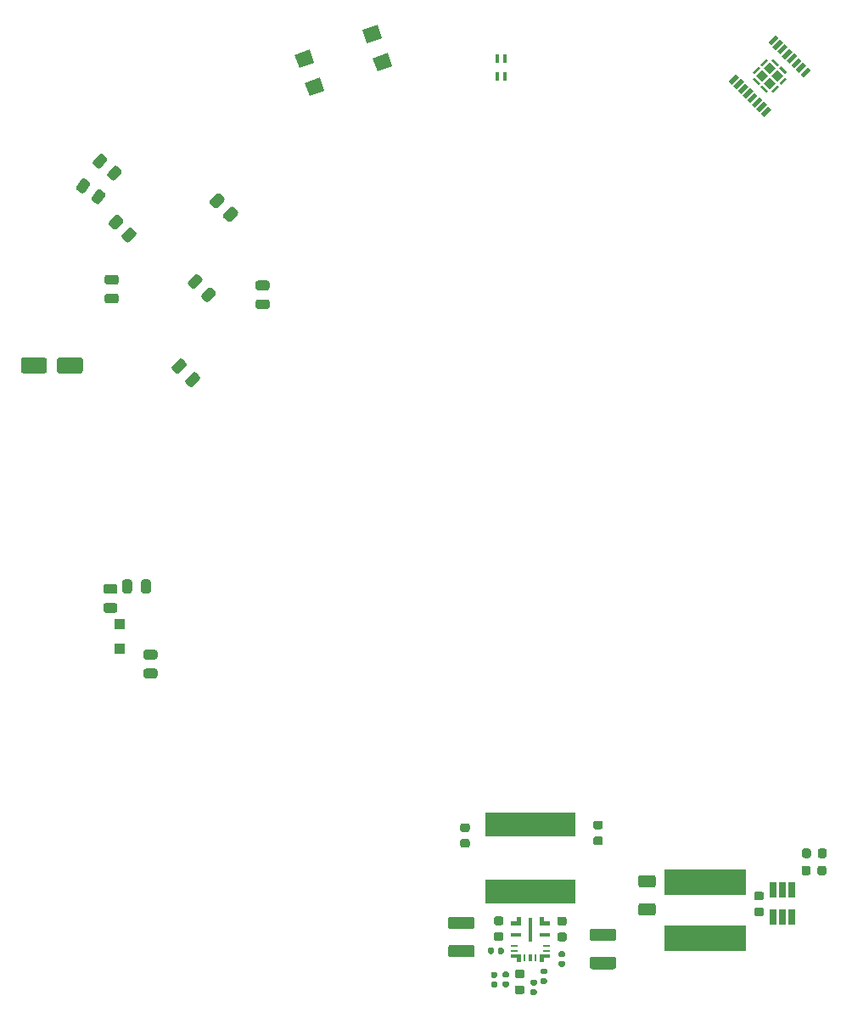
<source format=gbr>
G04 #@! TF.GenerationSoftware,KiCad,Pcbnew,(5.1.7)-1*
G04 #@! TF.CreationDate,2020-12-22T22:25:20-08:00*
G04 #@! TF.ProjectId,LCP_PowerControl,4c43505f-506f-4776-9572-436f6e74726f,rev?*
G04 #@! TF.SameCoordinates,Original*
G04 #@! TF.FileFunction,Paste,Top*
G04 #@! TF.FilePolarity,Positive*
%FSLAX46Y46*%
G04 Gerber Fmt 4.6, Leading zero omitted, Abs format (unit mm)*
G04 Created by KiCad (PCBNEW (5.1.7)-1) date 2020-12-22 22:25:20*
%MOMM*%
%LPD*%
G01*
G04 APERTURE LIST*
%ADD10C,0.100000*%
%ADD11R,9.000000X2.380000*%
%ADD12R,0.400000X2.400000*%
%ADD13R,1.000000X0.400000*%
%ADD14R,0.700000X0.250000*%
%ADD15R,0.300000X0.700000*%
%ADD16R,0.250000X0.700000*%
%ADD17R,0.650000X1.560000*%
%ADD18R,0.400000X0.900000*%
%ADD19R,8.200000X2.600000*%
%ADD20R,1.000000X1.000000*%
G04 APERTURE END LIST*
G36*
G01*
X89363573Y-88320824D02*
X90035324Y-87649073D01*
G75*
G02*
X90388878Y-87649073I176777J-176777D01*
G01*
X90742431Y-88002626D01*
G75*
G02*
X90742431Y-88356180I-176777J-176777D01*
G01*
X90070680Y-89027931D01*
G75*
G02*
X89717126Y-89027931I-176777J176777D01*
G01*
X89363573Y-88674378D01*
G75*
G02*
X89363573Y-88320824I176777J176777D01*
G01*
G37*
G36*
G01*
X88020071Y-86977322D02*
X88691822Y-86305571D01*
G75*
G02*
X89045376Y-86305571I176777J-176777D01*
G01*
X89398929Y-86659124D01*
G75*
G02*
X89398929Y-87012678I-176777J-176777D01*
G01*
X88727178Y-87684429D01*
G75*
G02*
X88373624Y-87684429I-176777J176777D01*
G01*
X88020071Y-87330876D01*
G75*
G02*
X88020071Y-86977322I176777J176777D01*
G01*
G37*
G36*
G01*
X93172178Y-70529427D02*
X92500427Y-71201178D01*
G75*
G02*
X92146873Y-71201178I-176777J176777D01*
G01*
X91793320Y-70847625D01*
G75*
G02*
X91793320Y-70494071I176777J176777D01*
G01*
X92465071Y-69822320D01*
G75*
G02*
X92818625Y-69822320I176777J-176777D01*
G01*
X93172178Y-70175873D01*
G75*
G02*
X93172178Y-70529427I-176777J-176777D01*
G01*
G37*
G36*
G01*
X94515680Y-71872929D02*
X93843929Y-72544680D01*
G75*
G02*
X93490375Y-72544680I-176777J176777D01*
G01*
X93136822Y-72191127D01*
G75*
G02*
X93136822Y-71837573I176777J176777D01*
G01*
X93808573Y-71165822D01*
G75*
G02*
X94162127Y-71165822I176777J-176777D01*
G01*
X94515680Y-71519375D01*
G75*
G02*
X94515680Y-71872929I-176777J-176777D01*
G01*
G37*
D10*
G36*
X108474703Y-52942788D02*
G01*
X108953531Y-54258358D01*
X107450023Y-54805590D01*
X106971195Y-53490020D01*
X108474703Y-52942788D01*
G37*
G36*
X101708916Y-55405333D02*
G01*
X102187744Y-56720903D01*
X100684236Y-57268135D01*
X100205408Y-55952565D01*
X101708916Y-55405333D01*
G37*
G36*
X109500764Y-55761865D02*
G01*
X109979592Y-57077435D01*
X108476084Y-57624667D01*
X107997256Y-56309097D01*
X109500764Y-55761865D01*
G37*
G36*
X102734977Y-58224410D02*
G01*
X103213805Y-59539980D01*
X101710297Y-60087212D01*
X101231469Y-58771642D01*
X102734977Y-58224410D01*
G37*
G36*
G01*
X75506708Y-86378708D02*
X75506708Y-87478708D01*
G75*
G02*
X75256708Y-87728708I-250000J0D01*
G01*
X73156708Y-87728708D01*
G75*
G02*
X72906708Y-87478708I0J250000D01*
G01*
X72906708Y-86378708D01*
G75*
G02*
X73156708Y-86128708I250000J0D01*
G01*
X75256708Y-86128708D01*
G75*
G02*
X75506708Y-86378708I0J-250000D01*
G01*
G37*
G36*
G01*
X79106708Y-86378708D02*
X79106708Y-87478708D01*
G75*
G02*
X78856708Y-87728708I-250000J0D01*
G01*
X76756708Y-87728708D01*
G75*
G02*
X76506708Y-87478708I0J250000D01*
G01*
X76506708Y-86378708D01*
G75*
G02*
X76756708Y-86128708I250000J0D01*
G01*
X78856708Y-86128708D01*
G75*
G02*
X79106708Y-86378708I0J-250000D01*
G01*
G37*
G36*
G01*
X83093356Y-72677958D02*
X82456958Y-73314356D01*
G75*
G02*
X82103406Y-73314356I-176776J176776D01*
G01*
X81732174Y-72943124D01*
G75*
G02*
X81732174Y-72589572I176776J176776D01*
G01*
X82368572Y-71953174D01*
G75*
G02*
X82722124Y-71953174I176776J-176776D01*
G01*
X83093356Y-72324406D01*
G75*
G02*
X83093356Y-72677958I-176776J-176776D01*
G01*
G37*
G36*
G01*
X84383826Y-73968428D02*
X83747428Y-74604826D01*
G75*
G02*
X83393876Y-74604826I-176776J176776D01*
G01*
X83022644Y-74233594D01*
G75*
G02*
X83022644Y-73880042I176776J176776D01*
G01*
X83659042Y-73243644D01*
G75*
G02*
X84012594Y-73243644I176776J-176776D01*
G01*
X84383826Y-73614876D01*
G75*
G02*
X84383826Y-73968428I-176776J-176776D01*
G01*
G37*
G36*
G01*
X90972006Y-78579271D02*
X90326771Y-79224506D01*
G75*
G02*
X89982057Y-79224506I-172357J172357D01*
G01*
X89637342Y-78879791D01*
G75*
G02*
X89637342Y-78535077I172357J172357D01*
G01*
X90282577Y-77889842D01*
G75*
G02*
X90627291Y-77889842I172357J-172357D01*
G01*
X90972006Y-78234557D01*
G75*
G02*
X90972006Y-78579271I-172357J-172357D01*
G01*
G37*
G36*
G01*
X92297832Y-79905097D02*
X91652597Y-80550332D01*
G75*
G02*
X91307883Y-80550332I-172357J172357D01*
G01*
X90963168Y-80205617D01*
G75*
G02*
X90963168Y-79860903I172357J172357D01*
G01*
X91608403Y-79215668D01*
G75*
G02*
X91953117Y-79215668I172357J-172357D01*
G01*
X92297832Y-79560383D01*
G75*
G02*
X92297832Y-79905097I-172357J-172357D01*
G01*
G37*
G36*
G01*
X146301750Y-140964500D02*
X146814250Y-140964500D01*
G75*
G02*
X147033000Y-141183250I0J-218750D01*
G01*
X147033000Y-141620750D01*
G75*
G02*
X146814250Y-141839500I-218750J0D01*
G01*
X146301750Y-141839500D01*
G75*
G02*
X146083000Y-141620750I0J218750D01*
G01*
X146083000Y-141183250D01*
G75*
G02*
X146301750Y-140964500I218750J0D01*
G01*
G37*
G36*
G01*
X146301750Y-139389500D02*
X146814250Y-139389500D01*
G75*
G02*
X147033000Y-139608250I0J-218750D01*
G01*
X147033000Y-140045750D01*
G75*
G02*
X146814250Y-140264500I-218750J0D01*
G01*
X146301750Y-140264500D01*
G75*
G02*
X146083000Y-140045750I0J218750D01*
G01*
X146083000Y-139608250D01*
G75*
G02*
X146301750Y-139389500I218750J0D01*
G01*
G37*
D11*
X123723400Y-132717400D03*
X123723400Y-139367400D03*
D12*
X123723400Y-143170400D03*
D10*
G36*
X121768496Y-142369425D02*
G01*
X121768781Y-142368487D01*
X121769243Y-142367622D01*
X121769864Y-142366864D01*
X121770622Y-142366243D01*
X121771487Y-142365781D01*
X121772425Y-142365496D01*
X121773400Y-142365400D01*
X122368400Y-142365400D01*
X122368400Y-141970400D01*
X122368496Y-141969425D01*
X122368781Y-141968487D01*
X122369243Y-141967622D01*
X122369864Y-141966864D01*
X122370622Y-141966243D01*
X122371487Y-141965781D01*
X122372425Y-141965496D01*
X122373400Y-141965400D01*
X122773400Y-141965400D01*
X122774375Y-141965496D01*
X122775313Y-141965781D01*
X122776178Y-141966243D01*
X122776936Y-141966864D01*
X122777557Y-141967622D01*
X122778019Y-141968487D01*
X122778304Y-141969425D01*
X122778400Y-141970400D01*
X122778400Y-142770400D01*
X122778304Y-142771375D01*
X122778019Y-142772313D01*
X122777557Y-142773178D01*
X122776936Y-142773936D01*
X122776178Y-142774557D01*
X122775313Y-142775019D01*
X122774375Y-142775304D01*
X122773400Y-142775400D01*
X121773400Y-142775400D01*
X121772425Y-142775304D01*
X121771487Y-142775019D01*
X121770622Y-142774557D01*
X121769864Y-142773936D01*
X121769243Y-142773178D01*
X121768781Y-142772313D01*
X121768496Y-142771375D01*
X121768400Y-142770400D01*
X121768400Y-142370400D01*
X121768496Y-142369425D01*
G37*
G36*
X125678304Y-142771375D02*
G01*
X125678019Y-142772313D01*
X125677557Y-142773178D01*
X125676936Y-142773936D01*
X125676178Y-142774557D01*
X125675313Y-142775019D01*
X125674375Y-142775304D01*
X125673400Y-142775400D01*
X124673400Y-142775400D01*
X124672425Y-142775304D01*
X124671487Y-142775019D01*
X124670622Y-142774557D01*
X124669864Y-142773936D01*
X124669243Y-142773178D01*
X124668781Y-142772313D01*
X124668496Y-142771375D01*
X124668400Y-142770400D01*
X124668400Y-141970400D01*
X124668496Y-141969425D01*
X124668781Y-141968487D01*
X124669243Y-141967622D01*
X124669864Y-141966864D01*
X124670622Y-141966243D01*
X124671487Y-141965781D01*
X124672425Y-141965496D01*
X124673400Y-141965400D01*
X125073400Y-141965400D01*
X125074375Y-141965496D01*
X125075313Y-141965781D01*
X125076178Y-141966243D01*
X125076936Y-141966864D01*
X125077557Y-141967622D01*
X125078019Y-141968487D01*
X125078304Y-141969425D01*
X125078400Y-141970400D01*
X125078400Y-142365400D01*
X125673400Y-142365400D01*
X125674375Y-142365496D01*
X125675313Y-142365781D01*
X125676178Y-142366243D01*
X125676936Y-142366864D01*
X125677557Y-142367622D01*
X125678019Y-142368487D01*
X125678304Y-142369425D01*
X125678400Y-142370400D01*
X125678400Y-142770400D01*
X125678304Y-142771375D01*
G37*
D13*
X122273400Y-143720400D03*
X125173400Y-143720400D03*
D14*
X122123400Y-145295400D03*
X122123400Y-144795400D03*
X125323400Y-144795400D03*
X125323400Y-145295400D03*
D15*
X123723400Y-146020400D03*
D10*
G36*
X121768496Y-145669425D02*
G01*
X121768781Y-145668487D01*
X121769243Y-145667622D01*
X121769864Y-145666864D01*
X121770622Y-145666243D01*
X121771487Y-145665781D01*
X121772425Y-145665496D01*
X121773400Y-145665400D01*
X122773400Y-145665400D01*
X122774375Y-145665496D01*
X122775313Y-145665781D01*
X122776178Y-145666243D01*
X122776936Y-145666864D01*
X122777557Y-145667622D01*
X122778019Y-145668487D01*
X122778304Y-145669425D01*
X122778400Y-145670400D01*
X122778400Y-146370400D01*
X122778304Y-146371375D01*
X122778019Y-146372313D01*
X122777557Y-146373178D01*
X122776936Y-146373936D01*
X122776178Y-146374557D01*
X122775313Y-146375019D01*
X122774375Y-146375304D01*
X122773400Y-146375400D01*
X122373400Y-146375400D01*
X122372425Y-146375304D01*
X122371487Y-146375019D01*
X122370622Y-146374557D01*
X122369864Y-146373936D01*
X122369243Y-146373178D01*
X122368781Y-146372313D01*
X122368496Y-146371375D01*
X122368400Y-146370400D01*
X122368400Y-146025400D01*
X121773400Y-146025400D01*
X121772425Y-146025304D01*
X121771487Y-146025019D01*
X121770622Y-146024557D01*
X121769864Y-146023936D01*
X121769243Y-146023178D01*
X121768781Y-146022313D01*
X121768496Y-146021375D01*
X121768400Y-146020400D01*
X121768400Y-145670400D01*
X121768496Y-145669425D01*
G37*
G36*
X125678304Y-146021375D02*
G01*
X125678019Y-146022313D01*
X125677557Y-146023178D01*
X125676936Y-146023936D01*
X125676178Y-146024557D01*
X125675313Y-146025019D01*
X125674375Y-146025304D01*
X125673400Y-146025400D01*
X125078400Y-146025400D01*
X125078400Y-146370400D01*
X125078304Y-146371375D01*
X125078019Y-146372313D01*
X125077557Y-146373178D01*
X125076936Y-146373936D01*
X125076178Y-146374557D01*
X125075313Y-146375019D01*
X125074375Y-146375304D01*
X125073400Y-146375400D01*
X124673400Y-146375400D01*
X124672425Y-146375304D01*
X124671487Y-146375019D01*
X124670622Y-146374557D01*
X124669864Y-146373936D01*
X124669243Y-146373178D01*
X124668781Y-146372313D01*
X124668496Y-146371375D01*
X124668400Y-146370400D01*
X124668400Y-145670400D01*
X124668496Y-145669425D01*
X124668781Y-145668487D01*
X124669243Y-145667622D01*
X124669864Y-145666864D01*
X124670622Y-145666243D01*
X124671487Y-145665781D01*
X124672425Y-145665496D01*
X124673400Y-145665400D01*
X125673400Y-145665400D01*
X125674375Y-145665496D01*
X125675313Y-145665781D01*
X125676178Y-145666243D01*
X125676936Y-145666864D01*
X125677557Y-145667622D01*
X125678019Y-145668487D01*
X125678304Y-145669425D01*
X125678400Y-145670400D01*
X125678400Y-146020400D01*
X125678304Y-146021375D01*
G37*
D16*
X124248400Y-146020400D03*
X123198400Y-146020400D03*
D17*
X148910000Y-139192000D03*
X147960000Y-139192000D03*
X149860000Y-139192000D03*
X149860000Y-141892000D03*
X148910000Y-141892000D03*
X147960000Y-141892000D03*
D10*
G36*
X147460723Y-59559279D02*
G01*
X147283946Y-59736056D01*
X146718261Y-59170371D01*
X146895038Y-58993594D01*
X147460723Y-59559279D01*
G37*
G36*
X149334556Y-57685446D02*
G01*
X149157779Y-57862223D01*
X148592094Y-57296538D01*
X148768871Y-57119761D01*
X149334556Y-57685446D01*
G37*
G36*
X148556739Y-56907629D02*
G01*
X148379962Y-57084406D01*
X147814277Y-56518721D01*
X147991054Y-56341944D01*
X148556739Y-56907629D01*
G37*
G36*
X146682906Y-58781462D02*
G01*
X146506129Y-58958239D01*
X145940444Y-58392554D01*
X146117221Y-58215777D01*
X146682906Y-58781462D01*
G37*
G36*
X147991054Y-59736056D02*
G01*
X147814277Y-59559279D01*
X148379962Y-58993594D01*
X148556739Y-59170371D01*
X147991054Y-59736056D01*
G37*
G36*
X148768871Y-58958239D02*
G01*
X148592094Y-58781462D01*
X149157779Y-58215777D01*
X149334556Y-58392554D01*
X148768871Y-58958239D01*
G37*
G36*
X146895038Y-57084406D02*
G01*
X146718261Y-56907629D01*
X147283946Y-56341944D01*
X147460723Y-56518721D01*
X146895038Y-57084406D01*
G37*
G36*
X146117221Y-57862223D02*
G01*
X145940444Y-57685446D01*
X146506129Y-57119761D01*
X146682906Y-57296538D01*
X146117221Y-57862223D01*
G37*
G36*
X146842005Y-58622363D02*
G01*
X146276320Y-58056678D01*
X146877361Y-57455637D01*
X147443046Y-58021322D01*
X146842005Y-58622363D01*
G37*
G36*
X147637500Y-57862224D02*
G01*
X147036459Y-57261183D01*
X147637500Y-56660142D01*
X148238541Y-57261183D01*
X147637500Y-57862224D01*
G37*
G36*
X148415317Y-58640041D02*
G01*
X147814276Y-58039000D01*
X148415317Y-57437959D01*
X149016358Y-58039000D01*
X148415317Y-58640041D01*
G37*
G36*
X147637500Y-59417858D02*
G01*
X147036459Y-58816817D01*
X147637500Y-58215776D01*
X148238541Y-58816817D01*
X147637500Y-59417858D01*
G37*
G36*
X147778921Y-54998441D02*
G01*
X147460723Y-54680243D01*
X148203185Y-53937781D01*
X148521383Y-54255979D01*
X147778921Y-54998441D01*
G37*
G36*
X148238541Y-55458060D02*
G01*
X147920343Y-55139862D01*
X148662805Y-54397400D01*
X148981003Y-54715598D01*
X148238541Y-55458060D01*
G37*
G36*
X148698160Y-55917680D02*
G01*
X148379962Y-55599482D01*
X149122424Y-54857020D01*
X149440622Y-55175218D01*
X148698160Y-55917680D01*
G37*
G36*
X149157780Y-56377299D02*
G01*
X148839582Y-56059101D01*
X149582044Y-55316639D01*
X149900242Y-55634837D01*
X149157780Y-56377299D01*
G37*
G36*
X149617399Y-56836918D02*
G01*
X149299201Y-56518720D01*
X150041663Y-55776258D01*
X150359861Y-56094456D01*
X149617399Y-56836918D01*
G37*
G36*
X150077018Y-57296538D02*
G01*
X149758820Y-56978340D01*
X150501282Y-56235878D01*
X150819480Y-56554076D01*
X150077018Y-57296538D01*
G37*
G36*
X150536638Y-57756157D02*
G01*
X150218440Y-57437959D01*
X150960902Y-56695497D01*
X151279100Y-57013695D01*
X150536638Y-57756157D01*
G37*
G36*
X150996257Y-58215777D02*
G01*
X150678059Y-57897579D01*
X151420521Y-57155117D01*
X151738719Y-57473315D01*
X150996257Y-58215777D01*
G37*
G36*
X147071815Y-62140219D02*
G01*
X146753617Y-61822021D01*
X147496079Y-61079559D01*
X147814277Y-61397757D01*
X147071815Y-62140219D01*
G37*
G36*
X146612195Y-61680600D02*
G01*
X146293997Y-61362402D01*
X147036459Y-60619940D01*
X147354657Y-60938138D01*
X146612195Y-61680600D01*
G37*
G36*
X146152576Y-61220980D02*
G01*
X145834378Y-60902782D01*
X146576840Y-60160320D01*
X146895038Y-60478518D01*
X146152576Y-61220980D01*
G37*
G36*
X145692956Y-60761361D02*
G01*
X145374758Y-60443163D01*
X146117220Y-59700701D01*
X146435418Y-60018899D01*
X145692956Y-60761361D01*
G37*
G36*
X145233337Y-60301742D02*
G01*
X144915139Y-59983544D01*
X145657601Y-59241082D01*
X145975799Y-59559280D01*
X145233337Y-60301742D01*
G37*
G36*
X144773718Y-59842122D02*
G01*
X144455520Y-59523924D01*
X145197982Y-58781462D01*
X145516180Y-59099660D01*
X144773718Y-59842122D01*
G37*
G36*
X144314098Y-59382503D02*
G01*
X143995900Y-59064305D01*
X144738362Y-58321843D01*
X145056560Y-58640041D01*
X144314098Y-59382503D01*
G37*
G36*
X143854479Y-58922883D02*
G01*
X143536281Y-58604685D01*
X144278743Y-57862223D01*
X144596941Y-58180421D01*
X143854479Y-58922883D01*
G37*
D18*
X121240500Y-58063500D03*
X120440500Y-58063500D03*
X120440500Y-56363500D03*
X121240500Y-56363500D03*
G36*
G01*
X121457500Y-147955500D02*
X121112500Y-147955500D01*
G75*
G02*
X120965000Y-147808000I0J147500D01*
G01*
X120965000Y-147513000D01*
G75*
G02*
X121112500Y-147365500I147500J0D01*
G01*
X121457500Y-147365500D01*
G75*
G02*
X121605000Y-147513000I0J-147500D01*
G01*
X121605000Y-147808000D01*
G75*
G02*
X121457500Y-147955500I-147500J0D01*
G01*
G37*
G36*
G01*
X121457500Y-148925500D02*
X121112500Y-148925500D01*
G75*
G02*
X120965000Y-148778000I0J147500D01*
G01*
X120965000Y-148483000D01*
G75*
G02*
X121112500Y-148335500I147500J0D01*
G01*
X121457500Y-148335500D01*
G75*
G02*
X121605000Y-148483000I0J-147500D01*
G01*
X121605000Y-148778000D01*
G75*
G02*
X121457500Y-148925500I-147500J0D01*
G01*
G37*
G36*
G01*
X119969500Y-148358500D02*
X120314500Y-148358500D01*
G75*
G02*
X120462000Y-148506000I0J-147500D01*
G01*
X120462000Y-148801000D01*
G75*
G02*
X120314500Y-148948500I-147500J0D01*
G01*
X119969500Y-148948500D01*
G75*
G02*
X119822000Y-148801000I0J147500D01*
G01*
X119822000Y-148506000D01*
G75*
G02*
X119969500Y-148358500I147500J0D01*
G01*
G37*
G36*
G01*
X119969500Y-147388500D02*
X120314500Y-147388500D01*
G75*
G02*
X120462000Y-147536000I0J-147500D01*
G01*
X120462000Y-147831000D01*
G75*
G02*
X120314500Y-147978500I-147500J0D01*
G01*
X119969500Y-147978500D01*
G75*
G02*
X119822000Y-147831000I0J147500D01*
G01*
X119822000Y-147536000D01*
G75*
G02*
X119969500Y-147388500I147500J0D01*
G01*
G37*
G36*
G01*
X123906500Y-149120500D02*
X124251500Y-149120500D01*
G75*
G02*
X124399000Y-149268000I0J-147500D01*
G01*
X124399000Y-149563000D01*
G75*
G02*
X124251500Y-149710500I-147500J0D01*
G01*
X123906500Y-149710500D01*
G75*
G02*
X123759000Y-149563000I0J147500D01*
G01*
X123759000Y-149268000D01*
G75*
G02*
X123906500Y-149120500I147500J0D01*
G01*
G37*
G36*
G01*
X123906500Y-148150500D02*
X124251500Y-148150500D01*
G75*
G02*
X124399000Y-148298000I0J-147500D01*
G01*
X124399000Y-148593000D01*
G75*
G02*
X124251500Y-148740500I-147500J0D01*
G01*
X123906500Y-148740500D01*
G75*
G02*
X123759000Y-148593000I0J147500D01*
G01*
X123759000Y-148298000D01*
G75*
G02*
X123906500Y-148150500I147500J0D01*
G01*
G37*
G36*
G01*
X124922500Y-148018000D02*
X125267500Y-148018000D01*
G75*
G02*
X125415000Y-148165500I0J-147500D01*
G01*
X125415000Y-148460500D01*
G75*
G02*
X125267500Y-148608000I-147500J0D01*
G01*
X124922500Y-148608000D01*
G75*
G02*
X124775000Y-148460500I0J147500D01*
G01*
X124775000Y-148165500D01*
G75*
G02*
X124922500Y-148018000I147500J0D01*
G01*
G37*
G36*
G01*
X124922500Y-147048000D02*
X125267500Y-147048000D01*
G75*
G02*
X125415000Y-147195500I0J-147500D01*
G01*
X125415000Y-147490500D01*
G75*
G02*
X125267500Y-147638000I-147500J0D01*
G01*
X124922500Y-147638000D01*
G75*
G02*
X124775000Y-147490500I0J147500D01*
G01*
X124775000Y-147195500D01*
G75*
G02*
X124922500Y-147048000I147500J0D01*
G01*
G37*
G36*
G01*
X126700500Y-146303500D02*
X127045500Y-146303500D01*
G75*
G02*
X127193000Y-146451000I0J-147500D01*
G01*
X127193000Y-146746000D01*
G75*
G02*
X127045500Y-146893500I-147500J0D01*
G01*
X126700500Y-146893500D01*
G75*
G02*
X126553000Y-146746000I0J147500D01*
G01*
X126553000Y-146451000D01*
G75*
G02*
X126700500Y-146303500I147500J0D01*
G01*
G37*
G36*
G01*
X126700500Y-145333500D02*
X127045500Y-145333500D01*
G75*
G02*
X127193000Y-145481000I0J-147500D01*
G01*
X127193000Y-145776000D01*
G75*
G02*
X127045500Y-145923500I-147500J0D01*
G01*
X126700500Y-145923500D01*
G75*
G02*
X126553000Y-145776000I0J147500D01*
G01*
X126553000Y-145481000D01*
G75*
G02*
X126700500Y-145333500I147500J0D01*
G01*
G37*
G36*
G01*
X86308250Y-116248000D02*
X85395750Y-116248000D01*
G75*
G02*
X85152000Y-116004250I0J243750D01*
G01*
X85152000Y-115516750D01*
G75*
G02*
X85395750Y-115273000I243750J0D01*
G01*
X86308250Y-115273000D01*
G75*
G02*
X86552000Y-115516750I0J-243750D01*
G01*
X86552000Y-116004250D01*
G75*
G02*
X86308250Y-116248000I-243750J0D01*
G01*
G37*
G36*
G01*
X86308250Y-118123000D02*
X85395750Y-118123000D01*
G75*
G02*
X85152000Y-117879250I0J243750D01*
G01*
X85152000Y-117391750D01*
G75*
G02*
X85395750Y-117148000I243750J0D01*
G01*
X86308250Y-117148000D01*
G75*
G02*
X86552000Y-117391750I0J-243750D01*
G01*
X86552000Y-117879250D01*
G75*
G02*
X86308250Y-118123000I-243750J0D01*
G01*
G37*
G36*
G01*
X84905000Y-109422250D02*
X84905000Y-108509750D01*
G75*
G02*
X85148750Y-108266000I243750J0D01*
G01*
X85636250Y-108266000D01*
G75*
G02*
X85880000Y-108509750I0J-243750D01*
G01*
X85880000Y-109422250D01*
G75*
G02*
X85636250Y-109666000I-243750J0D01*
G01*
X85148750Y-109666000D01*
G75*
G02*
X84905000Y-109422250I0J243750D01*
G01*
G37*
G36*
G01*
X83030000Y-109422250D02*
X83030000Y-108509750D01*
G75*
G02*
X83273750Y-108266000I243750J0D01*
G01*
X83761250Y-108266000D01*
G75*
G02*
X84005000Y-108509750I0J-243750D01*
G01*
X84005000Y-109422250D01*
G75*
G02*
X83761250Y-109666000I-243750J0D01*
G01*
X83273750Y-109666000D01*
G75*
G02*
X83030000Y-109422250I0J243750D01*
G01*
G37*
G36*
G01*
X82307750Y-109707500D02*
X81395250Y-109707500D01*
G75*
G02*
X81151500Y-109463750I0J243750D01*
G01*
X81151500Y-108976250D01*
G75*
G02*
X81395250Y-108732500I243750J0D01*
G01*
X82307750Y-108732500D01*
G75*
G02*
X82551500Y-108976250I0J-243750D01*
G01*
X82551500Y-109463750D01*
G75*
G02*
X82307750Y-109707500I-243750J0D01*
G01*
G37*
G36*
G01*
X82307750Y-111582500D02*
X81395250Y-111582500D01*
G75*
G02*
X81151500Y-111338750I0J243750D01*
G01*
X81151500Y-110851250D01*
G75*
G02*
X81395250Y-110607500I243750J0D01*
G01*
X82307750Y-110607500D01*
G75*
G02*
X82551500Y-110851250I0J-243750D01*
G01*
X82551500Y-111338750D01*
G75*
G02*
X82307750Y-111582500I-243750J0D01*
G01*
G37*
D19*
X141218000Y-144024000D03*
X141218000Y-138424000D03*
G36*
G01*
X81462884Y-66513125D02*
X80876340Y-67212140D01*
G75*
G02*
X80532938Y-67242184I-186723J156679D01*
G01*
X80159492Y-66928825D01*
G75*
G02*
X80129448Y-66585423I156679J186723D01*
G01*
X80715992Y-65886408D01*
G75*
G02*
X81059394Y-65856364I186723J-156679D01*
G01*
X81432840Y-66169723D01*
G75*
G02*
X81462884Y-66513125I-156679J-186723D01*
G01*
G37*
G36*
G01*
X82899218Y-67718351D02*
X82312674Y-68417366D01*
G75*
G02*
X81969272Y-68447410I-186723J156679D01*
G01*
X81595826Y-68134051D01*
G75*
G02*
X81565782Y-67790649I156679J186723D01*
G01*
X82152326Y-67091634D01*
G75*
G02*
X82495728Y-67061590I186723J-156679D01*
G01*
X82869174Y-67374949D01*
G75*
G02*
X82899218Y-67718351I-156679J-186723D01*
G01*
G37*
G36*
G01*
X79782031Y-68930380D02*
X79258642Y-69677856D01*
G75*
G02*
X78919165Y-69737715I-199668J139809D01*
G01*
X78519828Y-69458097D01*
G75*
G02*
X78459969Y-69118620I139809J199668D01*
G01*
X78983358Y-68371144D01*
G75*
G02*
X79322835Y-68311285I199668J-139809D01*
G01*
X79722172Y-68590903D01*
G75*
G02*
X79782031Y-68930380I-139809J-199668D01*
G01*
G37*
G36*
G01*
X81317941Y-70005836D02*
X80794552Y-70753312D01*
G75*
G02*
X80455075Y-70813171I-199668J139809D01*
G01*
X80055738Y-70533553D01*
G75*
G02*
X79995879Y-70194076I139809J199668D01*
G01*
X80519268Y-69446600D01*
G75*
G02*
X80858745Y-69386741I199668J-139809D01*
G01*
X81258082Y-69666359D01*
G75*
G02*
X81317941Y-70005836I-139809J-199668D01*
G01*
G37*
D20*
X82804000Y-112689000D03*
X82804000Y-115189000D03*
G36*
G01*
X116964750Y-134144500D02*
X117477250Y-134144500D01*
G75*
G02*
X117696000Y-134363250I0J-218750D01*
G01*
X117696000Y-134800750D01*
G75*
G02*
X117477250Y-135019500I-218750J0D01*
G01*
X116964750Y-135019500D01*
G75*
G02*
X116746000Y-134800750I0J218750D01*
G01*
X116746000Y-134363250D01*
G75*
G02*
X116964750Y-134144500I218750J0D01*
G01*
G37*
G36*
G01*
X116964750Y-132569500D02*
X117477250Y-132569500D01*
G75*
G02*
X117696000Y-132788250I0J-218750D01*
G01*
X117696000Y-133225750D01*
G75*
G02*
X117477250Y-133444500I-218750J0D01*
G01*
X116964750Y-133444500D01*
G75*
G02*
X116746000Y-133225750I0J218750D01*
G01*
X116746000Y-132788250D01*
G75*
G02*
X116964750Y-132569500I218750J0D01*
G01*
G37*
G36*
G01*
X130236250Y-133890500D02*
X130748750Y-133890500D01*
G75*
G02*
X130967500Y-134109250I0J-218750D01*
G01*
X130967500Y-134546750D01*
G75*
G02*
X130748750Y-134765500I-218750J0D01*
G01*
X130236250Y-134765500D01*
G75*
G02*
X130017500Y-134546750I0J218750D01*
G01*
X130017500Y-134109250D01*
G75*
G02*
X130236250Y-133890500I218750J0D01*
G01*
G37*
G36*
G01*
X130236250Y-132315500D02*
X130748750Y-132315500D01*
G75*
G02*
X130967500Y-132534250I0J-218750D01*
G01*
X130967500Y-132971750D01*
G75*
G02*
X130748750Y-133190500I-218750J0D01*
G01*
X130236250Y-133190500D01*
G75*
G02*
X130017500Y-132971750I0J218750D01*
G01*
X130017500Y-132534250D01*
G75*
G02*
X130236250Y-132315500I218750J0D01*
G01*
G37*
G36*
G01*
X136007000Y-138991500D02*
X134757000Y-138991500D01*
G75*
G02*
X134507000Y-138741500I0J250000D01*
G01*
X134507000Y-137991500D01*
G75*
G02*
X134757000Y-137741500I250000J0D01*
G01*
X136007000Y-137741500D01*
G75*
G02*
X136257000Y-137991500I0J-250000D01*
G01*
X136257000Y-138741500D01*
G75*
G02*
X136007000Y-138991500I-250000J0D01*
G01*
G37*
G36*
G01*
X136007000Y-141791500D02*
X134757000Y-141791500D01*
G75*
G02*
X134507000Y-141541500I0J250000D01*
G01*
X134507000Y-140791500D01*
G75*
G02*
X134757000Y-140541500I250000J0D01*
G01*
X136007000Y-140541500D01*
G75*
G02*
X136257000Y-140791500I0J-250000D01*
G01*
X136257000Y-141541500D01*
G75*
G02*
X136007000Y-141791500I-250000J0D01*
G01*
G37*
G36*
G01*
X120119500Y-145115500D02*
X120119500Y-145460500D01*
G75*
G02*
X119972000Y-145608000I-147500J0D01*
G01*
X119677000Y-145608000D01*
G75*
G02*
X119529500Y-145460500I0J147500D01*
G01*
X119529500Y-145115500D01*
G75*
G02*
X119677000Y-144968000I147500J0D01*
G01*
X119972000Y-144968000D01*
G75*
G02*
X120119500Y-145115500I0J-147500D01*
G01*
G37*
G36*
G01*
X121089500Y-145115500D02*
X121089500Y-145460500D01*
G75*
G02*
X120942000Y-145608000I-147500J0D01*
G01*
X120647000Y-145608000D01*
G75*
G02*
X120499500Y-145460500I0J147500D01*
G01*
X120499500Y-145115500D01*
G75*
G02*
X120647000Y-144968000I147500J0D01*
G01*
X120942000Y-144968000D01*
G75*
G02*
X121089500Y-145115500I0J-147500D01*
G01*
G37*
G36*
G01*
X122425750Y-148749500D02*
X122938250Y-148749500D01*
G75*
G02*
X123157000Y-148968250I0J-218750D01*
G01*
X123157000Y-149405750D01*
G75*
G02*
X122938250Y-149624500I-218750J0D01*
G01*
X122425750Y-149624500D01*
G75*
G02*
X122207000Y-149405750I0J218750D01*
G01*
X122207000Y-148968250D01*
G75*
G02*
X122425750Y-148749500I218750J0D01*
G01*
G37*
G36*
G01*
X122425750Y-147174500D02*
X122938250Y-147174500D01*
G75*
G02*
X123157000Y-147393250I0J-218750D01*
G01*
X123157000Y-147830750D01*
G75*
G02*
X122938250Y-148049500I-218750J0D01*
G01*
X122425750Y-148049500D01*
G75*
G02*
X122207000Y-147830750I0J218750D01*
G01*
X122207000Y-147393250D01*
G75*
G02*
X122425750Y-147174500I218750J0D01*
G01*
G37*
G36*
G01*
X120842750Y-142741000D02*
X120330250Y-142741000D01*
G75*
G02*
X120111500Y-142522250I0J218750D01*
G01*
X120111500Y-142084750D01*
G75*
G02*
X120330250Y-141866000I218750J0D01*
G01*
X120842750Y-141866000D01*
G75*
G02*
X121061500Y-142084750I0J-218750D01*
G01*
X121061500Y-142522250D01*
G75*
G02*
X120842750Y-142741000I-218750J0D01*
G01*
G37*
G36*
G01*
X120842750Y-144316000D02*
X120330250Y-144316000D01*
G75*
G02*
X120111500Y-144097250I0J218750D01*
G01*
X120111500Y-143659750D01*
G75*
G02*
X120330250Y-143441000I218750J0D01*
G01*
X120842750Y-143441000D01*
G75*
G02*
X121061500Y-143659750I0J-218750D01*
G01*
X121061500Y-144097250D01*
G75*
G02*
X120842750Y-144316000I-218750J0D01*
G01*
G37*
G36*
G01*
X152394500Y-137543250D02*
X152394500Y-137030750D01*
G75*
G02*
X152613250Y-136812000I218750J0D01*
G01*
X153050750Y-136812000D01*
G75*
G02*
X153269500Y-137030750I0J-218750D01*
G01*
X153269500Y-137543250D01*
G75*
G02*
X153050750Y-137762000I-218750J0D01*
G01*
X152613250Y-137762000D01*
G75*
G02*
X152394500Y-137543250I0J218750D01*
G01*
G37*
G36*
G01*
X150819500Y-137543250D02*
X150819500Y-137030750D01*
G75*
G02*
X151038250Y-136812000I218750J0D01*
G01*
X151475750Y-136812000D01*
G75*
G02*
X151694500Y-137030750I0J-218750D01*
G01*
X151694500Y-137543250D01*
G75*
G02*
X151475750Y-137762000I-218750J0D01*
G01*
X151038250Y-137762000D01*
G75*
G02*
X150819500Y-137543250I0J218750D01*
G01*
G37*
G36*
G01*
X127154650Y-142778900D02*
X126642150Y-142778900D01*
G75*
G02*
X126423400Y-142560150I0J218750D01*
G01*
X126423400Y-142122650D01*
G75*
G02*
X126642150Y-141903900I218750J0D01*
G01*
X127154650Y-141903900D01*
G75*
G02*
X127373400Y-142122650I0J-218750D01*
G01*
X127373400Y-142560150D01*
G75*
G02*
X127154650Y-142778900I-218750J0D01*
G01*
G37*
G36*
G01*
X127154650Y-144353900D02*
X126642150Y-144353900D01*
G75*
G02*
X126423400Y-144135150I0J218750D01*
G01*
X126423400Y-143697650D01*
G75*
G02*
X126642150Y-143478900I218750J0D01*
G01*
X127154650Y-143478900D01*
G75*
G02*
X127373400Y-143697650I0J-218750D01*
G01*
X127373400Y-144135150D01*
G75*
G02*
X127154650Y-144353900I-218750J0D01*
G01*
G37*
G36*
G01*
X152432500Y-135828750D02*
X152432500Y-135316250D01*
G75*
G02*
X152651250Y-135097500I218750J0D01*
G01*
X153088750Y-135097500D01*
G75*
G02*
X153307500Y-135316250I0J-218750D01*
G01*
X153307500Y-135828750D01*
G75*
G02*
X153088750Y-136047500I-218750J0D01*
G01*
X152651250Y-136047500D01*
G75*
G02*
X152432500Y-135828750I0J218750D01*
G01*
G37*
G36*
G01*
X150857500Y-135828750D02*
X150857500Y-135316250D01*
G75*
G02*
X151076250Y-135097500I218750J0D01*
G01*
X151513750Y-135097500D01*
G75*
G02*
X151732500Y-135316250I0J-218750D01*
G01*
X151732500Y-135828750D01*
G75*
G02*
X151513750Y-136047500I-218750J0D01*
G01*
X151076250Y-136047500D01*
G75*
G02*
X150857500Y-135828750I0J218750D01*
G01*
G37*
G36*
G01*
X129925500Y-145882200D02*
X132075500Y-145882200D01*
G75*
G02*
X132325500Y-146132200I0J-250000D01*
G01*
X132325500Y-146882200D01*
G75*
G02*
X132075500Y-147132200I-250000J0D01*
G01*
X129925500Y-147132200D01*
G75*
G02*
X129675500Y-146882200I0J250000D01*
G01*
X129675500Y-146132200D01*
G75*
G02*
X129925500Y-145882200I250000J0D01*
G01*
G37*
G36*
G01*
X129925500Y-143082200D02*
X132075500Y-143082200D01*
G75*
G02*
X132325500Y-143332200I0J-250000D01*
G01*
X132325500Y-144082200D01*
G75*
G02*
X132075500Y-144332200I-250000J0D01*
G01*
X129925500Y-144332200D01*
G75*
G02*
X129675500Y-144082200I0J250000D01*
G01*
X129675500Y-143332200D01*
G75*
G02*
X129925500Y-143082200I250000J0D01*
G01*
G37*
G36*
G01*
X115790400Y-144691400D02*
X117940400Y-144691400D01*
G75*
G02*
X118190400Y-144941400I0J-250000D01*
G01*
X118190400Y-145691400D01*
G75*
G02*
X117940400Y-145941400I-250000J0D01*
G01*
X115790400Y-145941400D01*
G75*
G02*
X115540400Y-145691400I0J250000D01*
G01*
X115540400Y-144941400D01*
G75*
G02*
X115790400Y-144691400I250000J0D01*
G01*
G37*
G36*
G01*
X115790400Y-141891400D02*
X117940400Y-141891400D01*
G75*
G02*
X118190400Y-142141400I0J-250000D01*
G01*
X118190400Y-142891400D01*
G75*
G02*
X117940400Y-143141400I-250000J0D01*
G01*
X115790400Y-143141400D01*
G75*
G02*
X115540400Y-142891400I0J250000D01*
G01*
X115540400Y-142141400D01*
G75*
G02*
X115790400Y-141891400I250000J0D01*
G01*
G37*
G36*
G01*
X97484250Y-79433000D02*
X96571750Y-79433000D01*
G75*
G02*
X96328000Y-79189250I0J243750D01*
G01*
X96328000Y-78701750D01*
G75*
G02*
X96571750Y-78458000I243750J0D01*
G01*
X97484250Y-78458000D01*
G75*
G02*
X97728000Y-78701750I0J-243750D01*
G01*
X97728000Y-79189250D01*
G75*
G02*
X97484250Y-79433000I-243750J0D01*
G01*
G37*
G36*
G01*
X97484250Y-81308000D02*
X96571750Y-81308000D01*
G75*
G02*
X96328000Y-81064250I0J243750D01*
G01*
X96328000Y-80576750D01*
G75*
G02*
X96571750Y-80333000I243750J0D01*
G01*
X97484250Y-80333000D01*
G75*
G02*
X97728000Y-80576750I0J-243750D01*
G01*
X97728000Y-81064250D01*
G75*
G02*
X97484250Y-81308000I-243750J0D01*
G01*
G37*
G36*
G01*
X81522250Y-79761500D02*
X82434750Y-79761500D01*
G75*
G02*
X82678500Y-80005250I0J-243750D01*
G01*
X82678500Y-80492750D01*
G75*
G02*
X82434750Y-80736500I-243750J0D01*
G01*
X81522250Y-80736500D01*
G75*
G02*
X81278500Y-80492750I0J243750D01*
G01*
X81278500Y-80005250D01*
G75*
G02*
X81522250Y-79761500I243750J0D01*
G01*
G37*
G36*
G01*
X81522250Y-77886500D02*
X82434750Y-77886500D01*
G75*
G02*
X82678500Y-78130250I0J-243750D01*
G01*
X82678500Y-78617750D01*
G75*
G02*
X82434750Y-78861500I-243750J0D01*
G01*
X81522250Y-78861500D01*
G75*
G02*
X81278500Y-78617750I0J243750D01*
G01*
X81278500Y-78130250D01*
G75*
G02*
X81522250Y-77886500I243750J0D01*
G01*
G37*
M02*

</source>
